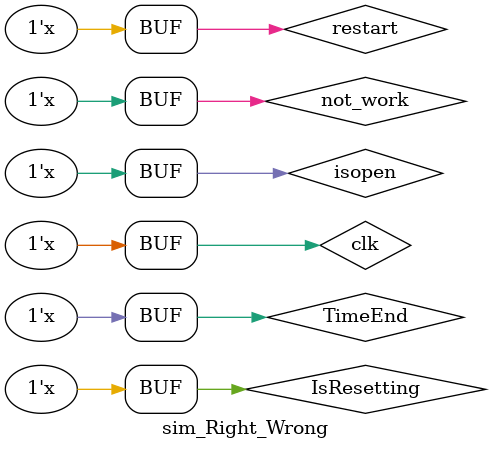
<source format=v>
`timescale 1ns / 1ps
module sim_Right_Wrong( );
reg clk;
reg restart;
reg IsResetting;
reg not_work;
reg isopen;
reg TimeEnd;
wire right;
wire wrong;
initial begin
    clk = 0;
    restart = 0;
    IsResetting = 0;
    not_work = 0;
    isopen = 0;
    TimeEnd = 0;
end
always #1 clk = ~clk;
always #4 {restart, IsResetting, not_work,isopen, TimeEnd}
            = {restart, IsResetting, not_work, isopen, TimeEnd} + 1;
Right_Wrong rw(clk,restart,IsResetting,not_work,isopen,TimeEnd,right,wrong);
endmodule

</source>
